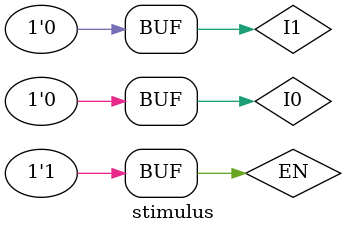
<source format=v>
`timescale 1ns / 1ps


module stimulus;

	// Inputs
	reg EN;
	reg I0;
	reg I1;

	// Outputs
	wire Q0;
	wire Q1;
	wire Q2;
	wire Q3;

	// Instantiate the Unit Under Test (UUT)
	two_bit_decoder uut (
		.Q0(Q0), 
		.Q1(Q1), 
		.Q2(Q2), 
		.Q3(Q3), 
		.EN(EN), 
		.I0(I0), 
		.I1(I1)
	);
	
	initial begin
		// Initialize Inputs
		EN = 0;
		I0 = 0;
		I1 = 0;

		// Wait 100 ns for global reset to finish
		#100;
        
		// Add stimulus here
	end
   
	initial begin
	EN = 1;
	I0 = 1; I1 = 1; #100
	$monitor("Q3: %d Q2: %d Q1: %d Q0: %d I1: %d I0: %d", Q3, Q2, Q1, Q0, I1, I0);
	I0 = 0; I1 = 0; #100
	$monitor("Q3: %d Q2: %d Q1: %d Q0: %d I1: %d I0: %d", Q3, Q2, Q1, Q0, I1, I0);
	I0 = 1; I1 = 0; #100
	$monitor("Q3: %d Q2: %d Q1: %d Q0: %d I1: %d I0: %d", Q3, Q2, Q1, Q0, I1, I0);
	I0 = 0; I1 = 0; #100
	$monitor("Q3: %d Q2: %d Q1: %d Q0: %d I1: %d I0: %d", Q3, Q2, Q1, Q0, I1, I0);
	end
endmodule


</source>
